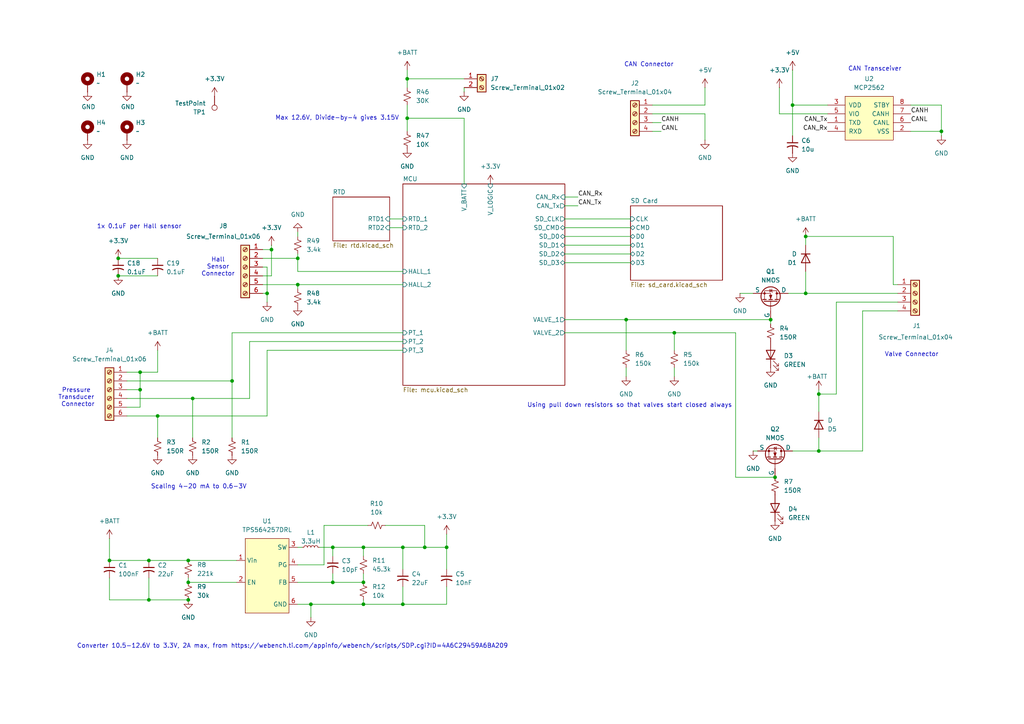
<source format=kicad_sch>
(kicad_sch (version 20250114) (generator "eeschema") (generator_version "9.0")
  (paper "A4")
  (lib_symbols
    (symbol "Connector:Screw_Terminal_01x02" (pin_names (offset 1.016) (hide yes))
      (property "Reference" "J" (at 0 2.54 0))
      (property "Value" "Screw_Terminal_01x02" (at 0 -5.08 0))
      (symbol "Screw_Terminal_01x02_1_1"
        (rectangle (start -1.27 1.27) (end 1.27 -3.81) (stroke (width 0.254)) (fill (type background)))
        (polyline (pts (xy -0.5334 0.3302) (xy 0.3302 -0.508)) (stroke (width 0.1524)))
        (polyline (pts (xy -0.5334 -2.2098) (xy 0.3302 -3.048)) (stroke (width 0.1524)))
        (polyline (pts (xy -0.3556 0.508) (xy 0.508 -0.3302)) (stroke (width 0.1524)))
        (polyline (pts (xy -0.3556 -2.032) (xy 0.508 -2.8702)) (stroke (width 0.1524)))
        (circle (center 0 0) (radius 0.635) (stroke (width 0.1524)))
        (circle (center 0 -2.54) (radius 0.635) (stroke (width 0.1524)))
        (pin passive line (at -5.08 0 0) (length 3.81) (name "Pin_1") (number "1"))
        (pin passive line (at -5.08 -2.54 0) (length 3.81) (name "Pin_2") (number "2"))
      )
    )
    (symbol "Connector:Screw_Terminal_01x04" (pin_names (offset 1.016) (hide yes))
      (property "Reference" "J" (at 0 5.08 0))
      (property "Value" "Screw_Terminal_01x04" (at 0 -7.62 0))
      (symbol "Screw_Terminal_01x04_1_1"
        (rectangle (start -1.27 3.81) (end 1.27 -6.35) (stroke (width 0.254)) (fill (type background)))
        (polyline (pts (xy -0.5334 2.8702) (xy 0.3302 2.032)) (stroke (width 0.1524)))
        (polyline (pts (xy -0.5334 0.3302) (xy 0.3302 -0.508)) (stroke (width 0.1524)))
        (polyline (pts (xy -0.5334 -2.2098) (xy 0.3302 -3.048)) (stroke (width 0.1524)))
        (polyline (pts (xy -0.5334 -4.7498) (xy 0.3302 -5.588)) (stroke (width 0.1524)))
        (polyline (pts (xy -0.3556 3.048) (xy 0.508 2.2098)) (stroke (width 0.1524)))
        (polyline (pts (xy -0.3556 0.508) (xy 0.508 -0.3302)) (stroke (width 0.1524)))
        (polyline (pts (xy -0.3556 -2.032) (xy 0.508 -2.8702)) (stroke (width 0.1524)))
        (polyline (pts (xy -0.3556 -4.572) (xy 0.508 -5.4102)) (stroke (width 0.1524)))
        (circle (center 0 2.54) (radius 0.635) (stroke (width 0.1524)))
        (circle (center 0 0) (radius 0.635) (stroke (width 0.1524)))
        (circle (center 0 -2.54) (radius 0.635) (stroke (width 0.1524)))
        (circle (center 0 -5.08) (radius 0.635) (stroke (width 0.1524)))
        (pin passive line (at -5.08 2.54 0) (length 3.81) (name "Pin_1") (number "1"))
        (pin passive line (at -5.08 0 0) (length 3.81) (name "Pin_2") (number "2"))
        (pin passive line (at -5.08 -2.54 0) (length 3.81) (name "Pin_3") (number "3"))
        (pin passive line (at -5.08 -5.08 0) (length 3.81) (name "Pin_4") (number "4"))
      )
    )
    (symbol "Connector:Screw_Terminal_01x06" (pin_names (offset 1.016) (hide yes))
      (property "Reference" "J" (at 0 7.62 0))
      (property "Value" "Screw_Terminal_01x06" (at 0 -10.16 0))
      (symbol "Screw_Terminal_01x06_1_1"
        (rectangle (start -1.27 6.35) (end 1.27 -8.89) (stroke (width 0.254)) (fill (type background)))
        (polyline (pts (xy -0.5334 5.4102) (xy 0.3302 4.572)) (stroke (width 0.1524)))
        (polyline (pts (xy -0.5334 2.8702) (xy 0.3302 2.032)) (stroke (width 0.1524)))
        (polyline (pts (xy -0.5334 0.3302) (xy 0.3302 -0.508)) (stroke (width 0.1524)))
        (polyline (pts (xy -0.5334 -2.2098) (xy 0.3302 -3.048)) (stroke (width 0.1524)))
        (polyline (pts (xy -0.5334 -4.7498) (xy 0.3302 -5.588)) (stroke (width 0.1524)))
        (polyline (pts (xy -0.5334 -7.2898) (xy 0.3302 -8.128)) (stroke (width 0.1524)))
        (polyline (pts (xy -0.3556 5.588) (xy 0.508 4.7498)) (stroke (width 0.1524)))
        (polyline (pts (xy -0.3556 3.048) (xy 0.508 2.2098)) (stroke (width 0.1524)))
        (polyline (pts (xy -0.3556 0.508) (xy 0.508 -0.3302)) (stroke (width 0.1524)))
        (polyline (pts (xy -0.3556 -2.032) (xy 0.508 -2.8702)) (stroke (width 0.1524)))
        (polyline (pts (xy -0.3556 -4.572) (xy 0.508 -5.4102)) (stroke (width 0.1524)))
        (polyline (pts (xy -0.3556 -7.112) (xy 0.508 -7.9502)) (stroke (width 0.1524)))
        (circle (center 0 5.08) (radius 0.635) (stroke (width 0.1524)))
        (circle (center 0 2.54) (radius 0.635) (stroke (width 0.1524)))
        (circle (center 0 0) (radius 0.635) (stroke (width 0.1524)))
        (circle (center 0 -2.54) (radius 0.635) (stroke (width 0.1524)))
        (circle (center 0 -5.08) (radius 0.635) (stroke (width 0.1524)))
        (circle (center 0 -7.62) (radius 0.635) (stroke (width 0.1524)))
        (pin passive line (at -5.08 5.08 0) (length 3.81) (name "Pin_1") (number "1"))
        (pin passive line (at -5.08 2.54 0) (length 3.81) (name "Pin_2") (number "2"))
        (pin passive line (at -5.08 0 0) (length 3.81) (name "Pin_3") (number "3"))
        (pin passive line (at -5.08 -2.54 0) (length 3.81) (name "Pin_4") (number "4"))
        (pin passive line (at -5.08 -5.08 0) (length 3.81) (name "Pin_5") (number "5"))
        (pin passive line (at -5.08 -7.62 0) (length 3.81) (name "Pin_6") (number "6"))
      )
    )
    (symbol "Connector:TestPoint" (pin_numbers (hide yes)) (pin_names (offset 0.762) (hide yes))
      (property "Reference" "TP" (at 0 6.858 0))
      (property "Value" "TestPoint" (at 0 5.08 0))
      (symbol "TestPoint_0_1"
        (circle (center 0 3.302) (radius 0.762))
      )
      (symbol "TestPoint_1_1"
        (pin passive line (at 0 0 90) (length 2.54) (name "1") (number "1"))
      )
    )
    (symbol "Device:C_Small_US" (pin_numbers (hide yes)) (pin_names (offset 0.254) (hide yes))
      (property "Reference" "C" (at 0.254 1.778 0))
      (property "Value" "C_Small_US" (at 0.254 -2.032 0))
      (symbol "C_Small_US_0_1"
        (polyline (pts (xy -1.524 0.508) (xy 1.524 0.508)) (stroke (width 0.3048)))
        (arc (start -1.524 -0.762) (mid 0 -0.3734) (end 1.524 -0.762) (stroke (width 0.3048)))
      )
      (symbol "C_Small_US_1_1"
        (pin passive line (at 0 2.54 270) (length 2.032) (name "~") (number "1"))
        (pin passive line (at 0 -2.54 90) (length 2.032) (name "~") (number "2"))
      )
    )
    (symbol "Device:D" (pin_numbers (hide yes)) (pin_names (offset 1.016) (hide yes))
      (property "Reference" "D" (at 0 2.54 0))
      (property "Value" "D" (at 0 -2.54 0))
      (symbol "D_0_1"
        (polyline (pts (xy -1.27 1.27) (xy -1.27 -1.27)) (stroke (width 0.254)))
        (polyline (pts (xy 1.27 1.27) (xy 1.27 -1.27) (xy -1.27 0) (xy 1.27 1.27)) (stroke (width 0.254)))
        (polyline (pts (xy 1.27 0) (xy -1.27 0)))
      )
      (symbol "D_1_1"
        (pin passive line (at -3.81 0 0) (length 2.54) (name "K") (number "1"))
        (pin passive line (at 3.81 0 180) (length 2.54) (name "A") (number "2"))
      )
    )
    (symbol "Device:LED" (pin_numbers (hide yes)) (pin_names (offset 1.016) (hide yes))
      (property "Reference" "D" (at 0 2.54 0))
      (property "Value" "LED" (at 0 -2.54 0))
      (symbol "LED_0_1"
        (polyline (pts (xy -3.048 -0.762) (xy -4.572 -2.286) (xy -3.81 -2.286) (xy -4.572 -2.286) (xy -4.572 -1.524)))
        (polyline (pts (xy -1.778 -0.762) (xy -3.302 -2.286) (xy -2.54 -2.286) (xy -3.302 -2.286) (xy -3.302 -1.524)))
        (polyline (pts (xy -1.27 0) (xy 1.27 0)))
        (polyline (pts (xy -1.27 -1.27) (xy -1.27 1.27)) (stroke (width 0.254)))
        (polyline (pts (xy 1.27 -1.27) (xy 1.27 1.27) (xy -1.27 0) (xy 1.27 -1.27)) (stroke (width 0.254)))
      )
      (symbol "LED_1_1"
        (pin passive line (at -3.81 0 0) (length 2.54) (name "K") (number "1"))
        (pin passive line (at 3.81 0 180) (length 2.54) (name "A") (number "2"))
      )
    )
    (symbol "Device:L_Small" (pin_numbers (hide yes)) (pin_names (offset 0.254) (hide yes))
      (property "Reference" "L" (at 0.762 1.016 0))
      (property "Value" "L_Small" (at 0.762 -1.016 0))
      (symbol "L_Small_0_1"
        (arc (start 0 2.032) (mid 0.5058 1.524) (end 0 1.016))
        (arc (start 0 1.016) (mid 0.5058 0.508) (end 0 0))
        (arc (start 0 0) (mid 0.5058 -0.508) (end 0 -1.016))
        (arc (start 0 -1.016) (mid 0.5058 -1.524) (end 0 -2.032))
      )
      (symbol "L_Small_1_1"
        (pin passive line (at 0 2.54 270) (length 0.508) (name "~") (number "1"))
        (pin passive line (at 0 -2.54 90) (length 0.508) (name "~") (number "2"))
      )
    )
    (symbol "Device:R_Small_US" (pin_numbers (hide yes)) (pin_names (offset 0.254) (hide yes))
      (property "Reference" "R" (at 0.762 0.508 0))
      (property "Value" "R_Small_US" (at 0.762 -1.016 0))
      (symbol "R_Small_US_1_1"
        (polyline (pts (xy 0 1.524) (xy 1.016 1.143) (xy 0 0.762) (xy -1.016 0.381) (xy 0 0)))
        (polyline (pts (xy 0 0) (xy 1.016 -0.381) (xy 0 -0.762) (xy -1.016 -1.143) (xy 0 -1.524)))
        (pin passive line (at 0 2.54 270) (length 1.016) (name "~") (number "1"))
        (pin passive line (at 0 -2.54 90) (length 1.016) (name "~") (number "2"))
      )
    )
    (symbol "FYDP_Library:TPS564257DRL"
      (property "Reference" "U" (at 0 7.366 0))
      (property "Value" "TPS564257DRL" (at 0 5.334 0))
      (symbol "TPS564257DRL_0_1"
        (rectangle (start -6.35 3.81) (end 6.35 -17.78) (fill (type color) (color 255 255 194 1)))
      )
      (symbol "TPS564257DRL_1_1"
        (pin power_in line (at -8.89 -2.54 0) (length 2.54) (name "Vin") (number "1"))
        (pin input line (at -8.89 -8.89 0) (length 2.54) (name "EN") (number "2"))
        (pin output line (at 8.89 1.27 180) (length 2.54) (name "SW") (number "3"))
        (pin output line (at 8.89 -3.81 180) (length 2.54) (name "PG") (number "4"))
        (pin output line (at 8.89 -8.89 180) (length 2.54) (name "FB") (number "5"))
        (pin power_in line (at 8.89 -15.24 180) (length 2.54) (name "GND") (number "6"))
      )
    )
    (symbol "Mechanical:MountingHole_Pad" (pin_numbers (hide yes)) (pin_names (offset 1.016) (hide yes)) (in_bom no)
      (property "Reference" "H" (at 0 6.35 0))
      (property "Value" "MountingHole_Pad" (at 0 4.445 0))
      (symbol "MountingHole_Pad_0_1"
        (circle (center 0 1.27) (radius 1.27) (stroke (width 1.27)))
      )
      (symbol "MountingHole_Pad_1_1"
        (pin input line (at 0 -2.54 90) (length 2.54) (name "1") (number "1"))
      )
    )
    (symbol "Simulation_SPICE:NMOS" (pin_numbers (hide yes)) (pin_names (offset 0))
      (property "Reference" "Q" (at 5.08 1.27 0))
      (property "Value" "NMOS" (at 5.08 -1.27 0))
      (symbol "NMOS_0_1"
        (polyline (pts (xy 0.254 1.905) (xy 0.254 -1.905)) (stroke (width 0.254)))
        (polyline (pts (xy 0.254 0) (xy -2.54 0)))
        (polyline (pts (xy 0.762 2.286) (xy 0.762 1.27)) (stroke (width 0.254)))
        (polyline (pts (xy 0.762 0.508) (xy 0.762 -0.508)) (stroke (width 0.254)))
        (polyline (pts (xy 0.762 -1.27) (xy 0.762 -2.286)) (stroke (width 0.254)))
        (polyline (pts (xy 0.762 -1.778) (xy 3.302 -1.778) (xy 3.302 1.778) (xy 0.762 1.778)))
        (polyline (pts (xy 1.016 0) (xy 2.032 0.381) (xy 2.032 -0.381) (xy 1.016 0)) (fill (type outline)))
        (circle (center 1.651 0) (radius 2.794) (stroke (width 0.254)))
        (polyline (pts (xy 2.54 2.54) (xy 2.54 1.778)))
        (circle (center 2.54 1.778) (radius 0.254) (fill (type outline)))
        (circle (center 2.54 -1.778) (radius 0.254) (fill (type outline)))
        (polyline (pts (xy 2.54 -2.54) (xy 2.54 0) (xy 0.762 0)))
        (polyline (pts (xy 2.794 0.508) (xy 2.921 0.381) (xy 3.683 0.381) (xy 3.81 0.254)))
        (polyline (pts (xy 3.302 0.381) (xy 2.921 -0.254) (xy 3.683 -0.254) (xy 3.302 0.381)))
      )
      (symbol "NMOS_1_1"
        (pin input line (at -5.08 0 0) (length 2.54) (name "G") (number "2"))
        (pin passive line (at 2.54 5.08 270) (length 2.54) (name "D") (number "1"))
        (pin passive line (at 2.54 -5.08 90) (length 2.54) (name "S") (number "3"))
      )
    )
    (symbol "canhw:MCP2562" (pin_names (offset 1.016))
      (property "Reference" "U" (at 5.08 3.81 0))
      (property "Value" "MCP2562" (at -3.81 3.81 0))
      (symbol "MCP2562_0_1"
        (rectangle (start -7.62 2.54) (end 6.35 -10.16) (fill (type background)))
      )
      (symbol "MCP2562_1_1"
        (pin power_in line (at -12.7 0 0) (length 5.08) (name "VDD") (number "3"))
        (pin bidirectional line (at -12.7 -2.54 0) (length 5.08) (name "VIO") (number "5"))
        (pin bidirectional line (at -12.7 -5.08 0) (length 5.08) (name "TXD") (number "1"))
        (pin bidirectional line (at -12.7 -7.62 0) (length 5.08) (name "RXD") (number "4"))
        (pin bidirectional line (at 11.43 0 180) (length 5.08) (name "STBY") (number "8"))
        (pin bidirectional line (at 11.43 -2.54 180) (length 5.08) (name "CANH") (number "7"))
        (pin bidirectional line (at 11.43 -5.08 180) (length 5.08) (name "CANL") (number "6"))
        (pin power_in line (at 11.43 -7.62 180) (length 5.08) (name "VSS") (number "2"))
      )
    )
    (symbol "power:+12V" (power) (pin_numbers (hide yes)) (pin_names (offset 0) (hide yes))
      (property "Value" "+12V" (at 0 3.556 0))
      (symbol "+12V_0_1"
        (polyline (pts (xy -0.762 1.27) (xy 0 2.54)))
        (polyline (pts (xy 0 2.54) (xy 0.762 1.27)))
        (polyline (pts (xy 0 0) (xy 0 2.54)))
      )
      (symbol "+12V_1_1"
        (pin power_in line (at 0 0 90) (length 0) (name "~") (number "1"))
      )
    )
    (symbol "power:+24V" (power) (pin_numbers (hide yes)) (pin_names (offset 0) (hide yes))
      (property "Value" "+24V" (at 0 3.556 0))
      (symbol "+24V_0_1"
        (polyline (pts (xy -0.762 1.27) (xy 0 2.54)))
        (polyline (pts (xy 0 2.54) (xy 0.762 1.27)))
        (polyline (pts (xy 0 0) (xy 0 2.54)))
      )
      (symbol "+24V_1_1"
        (pin power_in line (at 0 0 90) (length 0) (name "~") (number "1"))
      )
    )
    (symbol "power:+3.3V" (power) (pin_numbers (hide yes)) (pin_names (offset 0) (hide yes))
      (property "Value" "+3.3V" (at 0 3.556 0))
      (symbol "+3.3V_0_1"
        (polyline (pts (xy -0.762 1.27) (xy 0 2.54)))
        (polyline (pts (xy 0 2.54) (xy 0.762 1.27)))
        (polyline (pts (xy 0 0) (xy 0 2.54)))
      )
      (symbol "+3.3V_1_1"
        (pin power_in line (at 0 0 90) (length 0) (name "~") (number "1"))
      )
    )
    (symbol "power:+5V" (power) (pin_numbers (hide yes)) (pin_names (offset 0) (hide yes))
      (property "Value" "+5V" (at 0 3.556 0))
      (symbol "+5V_0_1"
        (polyline (pts (xy -0.762 1.27) (xy 0 2.54)))
        (polyline (pts (xy 0 2.54) (xy 0.762 1.27)))
        (polyline (pts (xy 0 0) (xy 0 2.54)))
      )
      (symbol "+5V_1_1"
        (pin power_in line (at 0 0 90) (length 0) (name "~") (number "1"))
      )
    )
    (symbol "power:+BATT" (power) (pin_numbers (hide yes)) (pin_names (offset 0) (hide yes))
      (property "Value" "+BATT" (at 0 3.556 0))
      (symbol "+BATT_0_1"
        (polyline (pts (xy -0.762 1.27) (xy 0 2.54)))
        (polyline (pts (xy 0 2.54) (xy 0.762 1.27)))
        (polyline (pts (xy 0 0) (xy 0 2.54)))
      )
      (symbol "+BATT_1_1"
        (pin power_in line (at 0 0 90) (length 0) (name "~") (number "1"))
      )
    )
    (symbol "power:GND" (power) (pin_numbers (hide yes)) (pin_names (offset 0) (hide yes))
      (property "Value" "GND" (at 0 -3.81 0))
      (symbol "GND_0_1"
        (polyline (pts (xy 0 0) (xy 0 -1.27) (xy 1.27 -1.27) (xy 0 -2.54) (xy -1.27 -1.27) (xy 0 -1.27)))
      )
      (symbol "GND_1_1"
        (pin power_in line (at 0 0 270) (length 0) (name "~") (number "1"))
      )
    )
  )
  (text "Hall\nSensor\nConnector" (at 63.246 77.47 0) (effects (font (size 1.27 1.27))))
  (text "Converter 10.5-12.6V to 3.3V, 2A max, from https://webench.ti.com/appinfo/webench/scripts/SDP.cgi?ID=4A6C29459A6BA209" (at 84.836 187.452 0) (effects (font (size 1.27 1.27))))
  (text "Scaling 4-20 mA to 0.6-3V" (at 57.658 141.224 0) (effects (font (size 1.27 1.27))))
  (text "Max 12.6V, Divide-by-4 gives 3.15V" (at 97.79 34.29 0) (effects (font (size 1.27 1.27))))
  (text "1x 0.1uF per Hall sensor" (at 40.386 65.786 0) (effects (font (size 1.27 1.27))))
  (text "Pressure \nTransducer \nConnector" (at 22.606 115.316 0) (effects (font (size 1.27 1.27))))
  (text "CAN Connector" (at 188.214 18.796 0) (effects (font (size 1.27 1.27))))
  (text "Using pull down resistors so that valves start closed always" (at 182.626 117.602 0) (effects (font (size 1.27 1.27))))
  (text "CAN Transceiver" (at 253.746 20.066 0) (effects (font (size 1.27 1.27))))
  (text "Valve Connector" (at 264.414 102.87 0) (effects (font (size 1.27 1.27))))
  (junction (at 118.11 22.86))
  (junction (at 77.47 85.09))
  (junction (at 181.61 92.71))
  (junction (at 229.87 30.48))
  (junction (at 105.41 168.91))
  (junction (at 43.18 162.56))
  (junction (at 78.74 72.39))
  (junction (at 195.58 96.52))
  (junction (at 129.54 158.75))
  (junction (at 40.64 113.03))
  (junction (at 105.41 158.75))
  (junction (at 116.84 158.75))
  (junction (at 96.52 168.91))
  (junction (at 233.68 68.58))
  (junction (at 31.75 162.56))
  (junction (at 116.84 175.26))
  (junction (at 105.41 175.26))
  (junction (at 86.36 82.55))
  (junction (at 123.19 158.75))
  (junction (at 86.36 74.93))
  (junction (at 223.52 92.71))
  (junction (at 34.29 74.93))
  (junction (at 54.61 162.56))
  (junction (at 224.79 138.43))
  (junction (at 40.64 107.95))
  (junction (at 90.17 175.26))
  (junction (at 55.88 115.57))
  (junction (at 34.29 80.01))
  (junction (at 237.49 130.81))
  (junction (at 54.61 168.91))
  (junction (at 54.61 173.99))
  (junction (at 67.31 110.49))
  (junction (at 237.49 114.3))
  (junction (at 233.68 85.09))
  (junction (at 96.52 158.75))
  (junction (at 43.18 173.99))
  (junction (at 45.72 120.65))
  (junction (at 118.11 34.29))
  (junction (at 273.05 38.1))
  (wire (pts (xy 204.47 33.02) (xy 204.47 40.64)))
  (wire (pts (xy 40.64 118.11) (xy 40.64 113.03)))
  (wire (pts (xy 259.08 68.58) (xy 259.08 82.55)))
  (wire (pts (xy 228.6 85.09) (xy 233.68 85.09)))
  (wire (pts (xy 118.11 30.48) (xy 118.11 34.29)))
  (wire (pts (xy 111.76 152.4) (xy 123.19 152.4)))
  (wire (pts (xy 86.36 158.75) (xy 87.63 158.75)))
  (wire (pts (xy 43.18 162.56) (xy 54.61 162.56)))
  (wire (pts (xy 40.64 113.03) (xy 40.64 107.95)))
  (wire (pts (xy 116.84 170.18) (xy 116.84 175.26)))
  (wire (pts (xy 191.77 35.56) (xy 189.23 35.56)))
  (wire (pts (xy 76.2 85.09) (xy 77.47 85.09)))
  (wire (pts (xy 242.57 87.63) (xy 260.35 87.63)))
  (wire (pts (xy 77.47 85.09) (xy 77.47 87.63)))
  (wire (pts (xy 118.11 22.86) (xy 134.62 22.86)))
  (wire (pts (xy 260.35 90.17) (xy 250.19 90.17)))
  (wire (pts (xy 105.41 175.26) (xy 90.17 175.26)))
  (wire (pts (xy 129.54 165.1) (xy 129.54 158.75)))
  (wire (pts (xy 273.05 39.37) (xy 273.05 38.1)))
  (wire (pts (xy 96.52 158.75) (xy 105.41 158.75)))
  (wire (pts (xy 134.62 34.29) (xy 118.11 34.29)))
  (wire (pts (xy 195.58 101.6) (xy 195.58 96.52)))
  (wire (pts (xy 54.61 167.64) (xy 54.61 168.91)))
  (wire (pts (xy 36.83 110.49) (xy 67.31 110.49)))
  (wire (pts (xy 31.75 173.99) (xy 43.18 173.99)))
  (wire (pts (xy 76.2 77.47) (xy 77.47 77.47)))
  (wire (pts (xy 86.36 82.55) (xy 86.36 83.82)))
  (wire (pts (xy 93.98 152.4) (xy 106.68 152.4)))
  (wire (pts (xy 78.74 72.39) (xy 76.2 72.39)))
  (wire (pts (xy 86.36 78.74) (xy 86.36 74.93)))
  (wire (pts (xy 237.49 114.3) (xy 242.57 114.3)))
  (wire (pts (xy 105.41 166.37) (xy 105.41 168.91)))
  (wire (pts (xy 129.54 175.26) (xy 116.84 175.26)))
  (wire (pts (xy 43.18 173.99) (xy 54.61 173.99)))
  (wire (pts (xy 31.75 156.21) (xy 31.75 162.56)))
  (wire (pts (xy 226.06 25.4) (xy 226.06 33.02)))
  (wire (pts (xy 233.68 71.12) (xy 233.68 68.58)))
  (wire (pts (xy 237.49 113.03) (xy 237.49 114.3)))
  (wire (pts (xy 116.84 165.1) (xy 116.84 158.75)))
  (wire (pts (xy 226.06 33.02) (xy 240.03 33.02)))
  (wire (pts (xy 76.2 74.93) (xy 86.36 74.93)))
  (wire (pts (xy 233.68 78.74) (xy 233.68 85.09)))
  (wire (pts (xy 213.36 96.52) (xy 213.36 138.43)))
  (wire (pts (xy 43.18 167.64) (xy 43.18 173.99)))
  (wire (pts (xy 233.68 85.09) (xy 260.35 85.09)))
  (wire (pts (xy 34.29 74.93) (xy 45.72 74.93)))
  (wire (pts (xy 116.84 158.75) (xy 105.41 158.75)))
  (wire (pts (xy 229.87 130.81) (xy 237.49 130.81)))
  (wire (pts (xy 86.36 168.91) (xy 96.52 168.91)))
  (wire (pts (xy 259.08 82.55) (xy 260.35 82.55)))
  (wire (pts (xy 134.62 25.4) (xy 134.62 26.67)))
  (wire (pts (xy 54.61 168.91) (xy 68.58 168.91)))
  (wire (pts (xy 86.36 78.74) (xy 116.84 78.74)))
  (wire (pts (xy 163.83 73.66) (xy 182.88 73.66)))
  (wire (pts (xy 123.19 152.4) (xy 123.19 158.75)))
  (wire (pts (xy 181.61 92.71) (xy 181.61 101.6)))
  (wire (pts (xy 105.41 175.26) (xy 116.84 175.26)))
  (wire (pts (xy 214.63 85.09) (xy 218.44 85.09)))
  (wire (pts (xy 229.87 30.48) (xy 229.87 39.37)))
  (wire (pts (xy 45.72 120.65) (xy 77.47 120.65)))
  (wire (pts (xy 134.62 53.34) (xy 134.62 34.29)))
  (wire (pts (xy 195.58 96.52) (xy 213.36 96.52)))
  (wire (pts (xy 96.52 161.29) (xy 96.52 158.75)))
  (wire (pts (xy 55.88 115.57) (xy 72.39 115.57)))
  (wire (pts (xy 77.47 120.65) (xy 77.47 101.6)))
  (wire (pts (xy 195.58 109.22) (xy 195.58 106.68)))
  (wire (pts (xy 67.31 110.49) (xy 67.31 127)))
  (wire (pts (xy 77.47 77.47) (xy 77.47 85.09)))
  (wire (pts (xy 273.05 38.1) (xy 273.05 30.48)))
  (wire (pts (xy 36.83 120.65) (xy 45.72 120.65)))
  (wire (pts (xy 242.57 87.63) (xy 242.57 114.3)))
  (wire (pts (xy 223.52 92.71) (xy 223.52 93.98)))
  (wire (pts (xy 218.44 130.81) (xy 219.71 130.81)))
  (wire (pts (xy 54.61 162.56) (xy 68.58 162.56)))
  (wire (pts (xy 96.52 168.91) (xy 105.41 168.91)))
  (wire (pts (xy 233.68 68.58) (xy 259.08 68.58)))
  (wire (pts (xy 118.11 25.4) (xy 118.11 22.86)))
  (wire (pts (xy 78.74 72.39) (xy 78.74 80.01)))
  (wire (pts (xy 86.36 73.66) (xy 86.36 74.93)))
  (wire (pts (xy 229.87 20.32) (xy 229.87 30.48)))
  (wire (pts (xy 76.2 80.01) (xy 78.74 80.01)))
  (wire (pts (xy 116.84 63.5) (xy 113.03 63.5)))
  (wire (pts (xy 167.64 57.15) (xy 163.83 57.15)))
  (wire (pts (xy 76.2 82.55) (xy 86.36 82.55)))
  (wire (pts (xy 118.11 20.32) (xy 118.11 22.86)))
  (wire (pts (xy 129.54 158.75) (xy 123.19 158.75)))
  (wire (pts (xy 204.47 30.48) (xy 204.47 25.4)))
  (wire (pts (xy 189.23 33.02) (xy 204.47 33.02)))
  (wire (pts (xy 163.83 68.58) (xy 182.88 68.58)))
  (wire (pts (xy 96.52 168.91) (xy 96.52 166.37)))
  (wire (pts (xy 264.16 30.48) (xy 273.05 30.48)))
  (wire (pts (xy 237.49 119.38) (xy 237.49 114.3)))
  (wire (pts (xy 45.72 120.65) (xy 45.72 127)))
  (wire (pts (xy 45.72 101.6) (xy 45.72 107.95)))
  (wire (pts (xy 40.64 107.95) (xy 36.83 107.95)))
  (wire (pts (xy 78.74 71.12) (xy 78.74 72.39)))
  (wire (pts (xy 67.31 110.49) (xy 67.31 96.52)))
  (wire (pts (xy 163.83 71.12) (xy 182.88 71.12)))
  (wire (pts (xy 34.29 80.01) (xy 45.72 80.01)))
  (wire (pts (xy 250.19 130.81) (xy 237.49 130.81)))
  (wire (pts (xy 67.31 96.52) (xy 116.84 96.52)))
  (wire (pts (xy 163.83 96.52) (xy 195.58 96.52)))
  (wire (pts (xy 105.41 173.99) (xy 105.41 175.26)))
  (wire (pts (xy 229.87 30.48) (xy 240.03 30.48)))
  (wire (pts (xy 86.36 68.58) (xy 86.36 67.31)))
  (wire (pts (xy 45.72 107.95) (xy 40.64 107.95)))
  (wire (pts (xy 72.39 99.06) (xy 72.39 115.57)))
  (wire (pts (xy 72.39 99.06) (xy 116.84 99.06)))
  (wire (pts (xy 191.77 38.1) (xy 189.23 38.1)))
  (wire (pts (xy 118.11 34.29) (xy 118.11 38.1)))
  (wire (pts (xy 90.17 175.26) (xy 86.36 175.26)))
  (wire (pts (xy 36.83 113.03) (xy 40.64 113.03)))
  (wire (pts (xy 31.75 167.64) (xy 31.75 173.99)))
  (wire (pts (xy 213.36 138.43) (xy 224.79 138.43)))
  (wire (pts (xy 93.98 163.83) (xy 93.98 152.4)))
  (wire (pts (xy 113.03 66.04) (xy 116.84 66.04)))
  (wire (pts (xy 105.41 158.75) (xy 105.41 161.29)))
  (wire (pts (xy 36.83 118.11) (xy 40.64 118.11)))
  (wire (pts (xy 123.19 158.75) (xy 116.84 158.75)))
  (wire (pts (xy 181.61 92.71) (xy 223.52 92.71)))
  (wire (pts (xy 129.54 170.18) (xy 129.54 175.26)))
  (wire (pts (xy 250.19 90.17) (xy 250.19 130.81)))
  (wire (pts (xy 167.64 59.69) (xy 163.83 59.69)))
  (wire (pts (xy 90.17 179.07) (xy 90.17 175.26)))
  (wire (pts (xy 163.83 63.5) (xy 182.88 63.5)))
  (wire (pts (xy 31.75 162.56) (xy 43.18 162.56)))
  (wire (pts (xy 181.61 106.68) (xy 181.61 109.22)))
  (wire (pts (xy 86.36 82.55) (xy 116.84 82.55)))
  (wire (pts (xy 237.49 127) (xy 237.49 130.81)))
  (wire (pts (xy 129.54 154.94) (xy 129.54 158.75)))
  (wire (pts (xy 36.83 115.57) (xy 55.88 115.57)))
  (wire (pts (xy 163.83 66.04) (xy 182.88 66.04)))
  (wire (pts (xy 86.36 163.83) (xy 93.98 163.83)))
  (wire (pts (xy 189.23 30.48) (xy 204.47 30.48)))
  (wire (pts (xy 55.88 115.57) (xy 55.88 127)))
  (wire (pts (xy 264.16 38.1) (xy 273.05 38.1)))
  (wire (pts (xy 77.47 101.6) (xy 116.84 101.6)))
  (wire (pts (xy 163.83 76.2) (xy 182.88 76.2)))
  (wire (pts (xy 92.71 158.75) (xy 96.52 158.75)))
  (wire (pts (xy 163.83 92.71) (xy 181.61 92.71)))
  (label "CAN_Rx" (at 167.64 57.15 0))
  (label "CANH" (at 191.77 35.56 0))
  (label "CANL" (at 191.77 38.1 0))
  (label "CAN_Tx" (at 240.03 35.56 180))
  (label "CAN_Tx" (at 167.64 59.69 0))
  (label "CANL" (at 264.16 35.56 0))
  (label "CAN_Rx" (at 240.03 38.1 180))
  (label "CANH" (at 264.16 33.02 0))
  (symbol (lib_id "Simulation_SPICE:NMOS") (at 223.52 87.63 270) (mirror x) (unit 1)
    (property "Reference" "Q1" (at 223.52 78.74 90))
    (property "Value" "NMOS" (at 223.52 81.28 90))
    (property "Datasheet" "https://ngspice.sourceforge.io/docs/ngspice-html-manual/manual.xhtml#cha_MOSFETs" (effects (hide yes)))
    (property "Description" "N-MOSFET transistor, drain/source/gate" (effects (hide yes)))
    (property "Sim.Device" "NMOS" (effects (hide yes)))
    (property "Sim.Type" "VDMOS" (effects (hide yes)))
    (property "Sim.Pins" "1=D 2=G 3=S" (effects (hide yes)))
  )
  (symbol (lib_id "Device:D") (at 237.49 123.19 90) (mirror x) (unit 1)
    (property "Reference" "D5" (at 240.03 124.4601 90) (effects (justify right)))
    (property "Value" "D" (at 240.03 121.9201 90) (effects (justify right)))
    (property "Description" "Diode" (effects (hide yes)))
    (property "Sim.Device" "D" (effects (hide yes)))
    (property "Sim.Pins" "1=K 2=A" (effects (hide yes)))
  )
  (symbol (lib_id "Device:LED") (at 223.52 102.87 90) (unit 1)
    (property "Reference" "D3" (at 227.33 103.1874 90) (effects (justify right)))
    (property "Value" "GREEN" (at 227.33 105.7274 90) (effects (justify right)))
    (property "Description" "Light emitting diode" (effects (hide yes)))
    (property "Sim.Pins" "1=K 2=A" (effects (hide yes)))
  )
  (symbol (lib_id "Device:R_Small_US") (at 223.52 96.52 0) (unit 1)
    (property "Reference" "R4" (at 226.06 95.2499 0) (effects (justify left)))
    (property "Value" "150R" (at 226.06 97.7899 0) (effects (justify left)))
    (property "Description" "Resistor, small US symbol" (effects (hide yes)))
  )
  (symbol (lib_id "power:+5V") (at 204.47 25.4 0) (unit 1)
    (property "Reference" "#PWR033" (effects (hide yes)))
    (property "Value" "+5V" (at 204.47 20.32 0))
    (property "Description" "Power symbol creates a global label with name \"+5V\"" (effects (hide yes)))
  )
  (symbol (lib_id "power:+5V") (at 229.87 20.32 0) (unit 1)
    (property "Reference" "#PWR015" (effects (hide yes)))
    (property "Value" "+5V" (at 229.87 15.24 0))
    (property "Description" "Power symbol creates a global label with name \"+5V\"" (effects (hide yes)))
  )
  (symbol (lib_id "power:GND") (at 218.44 130.81 0) (unit 1)
    (property "Reference" "#PWR021" (effects (hide yes)))
    (property "Value" "GND" (at 218.44 135.89 0))
    (property "Description" "Power symbol creates a global label with name \"GND\" , ground" (effects (hide yes)))
  )
  (symbol (lib_id "power:+3.3V") (at 78.74 71.12 0) (unit 1)
    (property "Reference" "#PWR063" (effects (hide yes)))
    (property "Value" "+3.3V" (at 78.74 66.04 0))
    (property "Description" "Power symbol creates a global label with name \"+3.3V\"" (effects (hide yes)))
  )
  (symbol (lib_id "Device:C_Small_US") (at 129.54 167.64 0) (unit 1)
    (property "Reference" "C5" (at 132.08 166.4969 0) (effects (justify left)))
    (property "Value" "10nF" (at 132.08 169.0369 0) (effects (justify left)))
    (property "Description" "capacitor, small US symbol" (effects (hide yes)))
  )
  (symbol (lib_id "power:+3.3V") (at 226.06 25.4 0) (unit 1)
    (property "Reference" "#PWR08" (effects (hide yes)))
    (property "Value" "+3.3V" (at 226.06 20.32 0))
    (property "Description" "Power symbol creates a global label with name \"+3.3V\"" (effects (hide yes)))
  )
  (symbol (lib_id "power:GND") (at 195.58 109.22 0) (unit 1)
    (property "Reference" "#PWR07" (effects (hide yes)))
    (property "Value" "GND" (at 195.58 114.3 0))
    (property "Description" "Power symbol creates a global label with name \"GND\" , ground" (effects (hide yes)))
  )
  (symbol (lib_id "power:GND") (at 214.63 85.09 0) (unit 1)
    (property "Reference" "#PWR011" (effects (hide yes)))
    (property "Value" "GND" (at 214.63 90.17 0))
    (property "Description" "Power symbol creates a global label with name \"GND\" , ground" (effects (hide yes)))
  )
  (symbol (lib_id "Connector:TestPoint") (at 62.23 27.94 180) (unit 1)
    (property "Reference" "TP1" (at 59.69 32.5121 0) (effects (justify left)))
    (property "Value" "TestPoint" (at 59.69 29.9721 0) (effects (justify left)))
    (property "Description" "test point" (effects (hide yes)))
  )
  (symbol (lib_id "power:GND") (at 25.4 40.64 0) (unit 1)
    (property "Reference" "#PWR046" (effects (hide yes)))
    (property "Value" "GND" (at 25.4 45.72 0))
    (property "Description" "Power symbol creates a global label with name \"GND\" , ground" (effects (hide yes)))
  )
  (symbol (lib_id "Device:L_Small") (at 90.17 158.75 270) (mirror x) (unit 1)
    (property "Reference" "L1" (at 90.17 154.432 90))
    (property "Value" "3.3uH" (at 90.17 156.972 90))
    (property "Description" "Inductor, small symbol" (effects (hide yes)))
  )
  (symbol (lib_id "Device:R_Small_US") (at 118.11 40.64 0) (unit 1)
    (property "Reference" "R47" (at 120.65 39.3699 0) (effects (justify left)))
    (property "Value" "10K" (at 120.65 41.9099 0) (effects (justify left)))
    (property "Description" "Resistor, small US symbol" (effects (hide yes)))
  )
  (symbol (lib_id "power:GND") (at 86.36 88.9 0) (unit 1)
    (property "Reference" "#PWR064" (effects (hide yes)))
    (property "Value" "GND" (at 86.36 93.98 0))
    (property "Description" "Power symbol creates a global label with name \"GND\" , ground" (effects (hide yes)))
  )
  (symbol (lib_id "Device:C_Small_US") (at 229.87 41.91 0) (unit 1)
    (property "Reference" "C6" (at 232.41 40.7669 0) (effects (justify left)))
    (property "Value" "10u" (at 232.41 43.3069 0) (effects (justify left)))
    (property "Description" "capacitor, small US symbol" (effects (hide yes)))
  )
  (symbol (lib_id "power:+3.3V") (at 34.29 74.93 0) (unit 1)
    (property "Reference" "#PWR066" (effects (hide yes)))
    (property "Value" "+3.3V" (at 34.29 69.85 0))
    (property "Description" "Power symbol creates a global label with name \"+3.3V\"" (effects (hide yes)))
  )
  (symbol (lib_id "power:GND") (at 90.17 179.07 0) (unit 1)
    (property "Reference" "#PWR018" (effects (hide yes)))
    (property "Value" "GND" (at 90.17 184.15 0))
    (property "Description" "Power symbol creates a global label with name \"GND\" , ground" (effects (hide yes)))
  )
  (symbol (lib_id "power:+3.3V") (at 142.24 53.34 0) (unit 1)
    (property "Reference" "#PWR038" (effects (hide yes)))
    (property "Value" "+3.3V" (at 142.24 48.26 0))
    (property "Description" "Power symbol creates a global label with name \"+3.3V\"" (effects (hide yes)))
  )
  (symbol (lib_id "Device:R_Small_US") (at 109.22 152.4 90) (unit 1)
    (property "Reference" "R10" (at 109.22 146.05 90))
    (property "Value" "10k" (at 109.22 148.59 90))
    (property "Description" "Resistor, small US symbol" (effects (hide yes)))
  )
  (symbol (lib_id "power:GND") (at 273.05 39.37 0) (unit 1)
    (property "Reference" "#PWR016" (effects (hide yes)))
    (property "Value" "GND" (at 273.05 44.45 0))
    (property "Description" "Power symbol creates a global label with name \"GND\" , ground" (effects (hide yes)))
  )
  (symbol (lib_id "power:+3.3V") (at 129.54 154.94 0) (unit 1)
    (property "Reference" "#PWR013" (effects (hide yes)))
    (property "Value" "+3.3V" (at 129.54 149.86 0))
    (property "Description" "Power symbol creates a global label with name \"+3.3V\"" (effects (hide yes)))
  )
  (symbol (lib_id "power:GND") (at 36.83 26.67 0) (unit 1)
    (property "Reference" "#PWR047" (effects (hide yes)))
    (property "Value" "GND" (at 37.084 30.988 0))
    (property "Description" "Power symbol creates a global label with name \"GND\" , ground" (effects (hide yes)))
  )
  (symbol (lib_id "Mechanical:MountingHole_Pad") (at 36.83 38.1 0) (unit 1) (in_bom no)
    (property "Reference" "H3" (at 39.37 35.5599 0) (effects (justify left)))
    (property "Value" "~" (at 39.37 38.0999 0) (effects (justify left)))
    (property "Description" "Mounting Hole with connection" (effects (hide yes)))
  )
  (symbol (lib_id "power:GND") (at 229.87 44.45 0) (unit 1)
    (property "Reference" "#PWR023" (effects (hide yes)))
    (property "Value" "GND" (at 229.87 49.53 0))
    (property "Description" "Power symbol creates a global label with name \"GND\" , ground" (effects (hide yes)))
  )
  (symbol (lib_id "power:+BATT") (at 237.49 113.03 0) (unit 1)
    (property "Reference" "#PWR019" (effects (hide yes)))
    (property "Value" "+BATT" (at 233.934 109.22 0) (effects (justify left)))
    (property "Description" "Power symbol creates a global label with name \"+BATT\"" (effects (hide yes)))
  )
  (symbol (lib_id "Device:R_Small_US") (at 86.36 86.36 0) (unit 1)
    (property "Reference" "R48" (at 88.9 85.0899 0) (effects (justify left)))
    (property "Value" "3.4k" (at 88.9 87.6299 0) (effects (justify left)))
    (property "Description" "Resistor, small US symbol" (effects (hide yes)))
  )
  (symbol (lib_id "Device:R_Small_US") (at 55.88 129.54 0) (unit 1)
    (property "Reference" "R2" (at 58.42 128.2699 0) (effects (justify left)))
    (property "Value" "150R" (at 58.42 130.8099 0) (effects (justify left)))
    (property "Description" "Resistor, small US symbol" (effects (hide yes)))
  )
  (symbol (lib_id "power:GND") (at 54.61 173.99 0) (unit 1)
    (property "Reference" "#PWR014" (effects (hide yes)))
    (property "Value" "GND" (at 54.61 179.07 0))
    (property "Description" "Power symbol creates a global label with name \"GND\" , ground" (effects (hide yes)))
  )
  (symbol (lib_id "Connector:Screw_Terminal_01x06") (at 31.75 113.03 0) (mirror y) (unit 1)
    (property "Reference" "J4" (at 31.75 101.6 0))
    (property "Value" "Screw_Terminal_01x06" (at 31.75 104.14 0))
    (property "Description" "Generic screw terminal, single row, 01x06, script generated (kicad-library-utils/schlib/autogen/connector/)" (effects (hide yes)))
  )
  (symbol (lib_id "FYDP_Library:TPS564257DRL") (at 77.47 160.02 0) (unit 1)
    (property "Reference" "U1" (at 77.47 151.13 0))
    (property "Value" "TPS564257DRL" (at 77.47 153.67 0))
  )
  (symbol (lib_id "Device:R_Small_US") (at 195.58 104.14 0) (unit 1)
    (property "Reference" "R5" (at 198.12 102.8699 0) (effects (justify left)))
    (property "Value" "150k" (at 198.12 105.4099 0) (effects (justify left)))
    (property "Description" "Resistor, small US symbol" (effects (hide yes)))
  )
  (symbol (lib_id "Device:R_Small_US") (at 54.61 165.1 0) (unit 1)
    (property "Reference" "R8" (at 57.15 163.8299 0) (effects (justify left)))
    (property "Value" "221k" (at 57.15 166.3699 0) (effects (justify left)))
    (property "Description" "Resistor, small US symbol" (effects (hide yes)))
  )
  (symbol (lib_id "power:GND") (at 181.61 109.22 0) (unit 1)
    (property "Reference" "#PWR06" (effects (hide yes)))
    (property "Value" "GND" (at 181.61 114.3 0))
    (property "Description" "Power symbol creates a global label with name \"GND\" , ground" (effects (hide yes)))
  )
  (symbol (lib_id "power:GND") (at 55.88 132.08 0) (unit 1)
    (property "Reference" "#PWR03" (effects (hide yes)))
    (property "Value" "GND" (at 55.88 137.16 0))
    (property "Description" "Power symbol creates a global label with name \"GND\" , ground" (effects (hide yes)))
  )
  (symbol (lib_id "Device:R_Small_US") (at 118.11 27.94 0) (unit 1)
    (property "Reference" "R46" (at 120.65 26.6699 0) (effects (justify left)))
    (property "Value" "30K" (at 120.65 29.2099 0) (effects (justify left)))
    (property "Description" "Resistor, small US symbol" (effects (hide yes)))
  )
  (symbol (lib_id "Connector:Screw_Terminal_01x06") (at 71.12 77.47 0) (mirror y) (unit 1)
    (property "Reference" "J8" (at 64.77 65.532 0))
    (property "Value" "Screw_Terminal_01x06" (at 64.77 68.58 0))
    (property "Description" "Generic screw terminal, single row, 01x06, script generated (kicad-library-utils/schlib/autogen/connector/)" (effects (hide yes)))
  )
  (symbol (lib_id "Device:C_Small_US") (at 43.18 165.1 0) (unit 1)
    (property "Reference" "C2" (at 45.72 163.9569 0) (effects (justify left)))
    (property "Value" "22uF" (at 45.72 166.4969 0) (effects (justify left)))
    (property "Description" "capacitor, small US symbol" (effects (hide yes)))
  )
  (symbol (lib_id "power:GND") (at 223.52 106.68 0) (unit 1)
    (property "Reference" "#PWR012" (effects (hide yes)))
    (property "Value" "GND" (at 223.52 111.76 0))
    (property "Description" "Power symbol creates a global label with name \"GND\" , ground" (effects (hide yes)))
  )
  (symbol (lib_id "Device:R_Small_US") (at 224.79 140.97 0) (unit 1)
    (property "Reference" "R7" (at 227.33 139.6999 0) (effects (justify left)))
    (property "Value" "150R" (at 227.33 142.2399 0) (effects (justify left)))
    (property "Description" "Resistor, small US symbol" (effects (hide yes)))
  )
  (symbol (lib_id "power:+BATT") (at 31.75 156.21 0) (unit 1)
    (property "Reference" "#PWR09" (effects (hide yes)))
    (property "Value" "+BATT" (at 31.75 151.13 0))
    (property "Description" "Power symbol creates a global label with name \"+BATT\"" (effects (hide yes)))
  )
  (symbol (lib_id "power:GND") (at 77.47 87.63 0) (unit 1)
    (property "Reference" "#PWR065" (effects (hide yes)))
    (property "Value" "GND" (at 77.47 92.71 0))
    (property "Description" "Power symbol creates a global label with name \"GND\" , ground" (effects (hide yes)))
  )
  (symbol (lib_id "power:+12V") (at 233.68 68.58 0) (unit 1)
    (property "Reference" "#PWR010" (effects (hide yes)))
    (property "Value" "+BATT" (at 233.68 63.5 0))
    (property "Description" "Power symbol creates a global label with name \"+12V\"" (effects (hide yes)))
  )
  (symbol (lib_id "Device:R_Small_US") (at 181.61 104.14 0) (unit 1)
    (property "Reference" "R6" (at 184.15 102.8699 0) (effects (justify left)))
    (property "Value" "150k" (at 184.15 105.4099 0) (effects (justify left)))
    (property "Description" "Resistor, small US symbol" (effects (hide yes)))
  )
  (symbol (lib_id "canhw:MCP2562") (at 252.73 30.48 0) (unit 1)
    (property "Reference" "U2" (at 252.095 22.86 0))
    (property "Value" "MCP2562" (at 252.095 25.4 0))
  )
  (symbol (lib_id "Device:C_Small_US") (at 96.52 163.83 0) (unit 1)
    (property "Reference" "C3" (at 99.06 162.6869 0) (effects (justify left)))
    (property "Value" "10pF" (at 99.06 165.2269 0) (effects (justify left)))
    (property "Description" "capacitor, small US symbol" (effects (hide yes)))
  )
  (symbol (lib_id "power:GND") (at 134.62 26.67 0) (unit 1)
    (property "Reference" "#PWR058" (effects (hide yes)))
    (property "Value" "GND" (at 134.62 31.75 0))
    (property "Description" "Power symbol creates a global label with name \"GND\" , ground" (effects (hide yes)))
  )
  (symbol (lib_id "Device:R_Small_US") (at 54.61 171.45 0) (unit 1)
    (property "Reference" "R9" (at 57.15 170.1799 0) (effects (justify left)))
    (property "Value" "30k" (at 57.15 172.7199 0) (effects (justify left)))
    (property "Description" "Resistor, small US symbol" (effects (hide yes)))
  )
  (symbol (lib_id "Device:R_Small_US") (at 45.72 129.54 0) (unit 1)
    (property "Reference" "R3" (at 48.26 128.2699 0) (effects (justify left)))
    (property "Value" "150R" (at 48.26 130.8099 0) (effects (justify left)))
    (property "Description" "Resistor, small US symbol" (effects (hide yes)))
  )
  (symbol (lib_id "Mechanical:MountingHole_Pad") (at 36.83 24.13 0) (unit 1) (in_bom no)
    (property "Reference" "H2" (at 39.37 21.5899 0) (effects (justify left)))
    (property "Value" "~" (at 39.37 24.1299 0) (effects (justify left)))
    (property "Description" "Mounting Hole with connection" (effects (hide yes)))
  )
  (symbol (lib_id "Device:C_Small_US") (at 34.29 77.47 0) (unit 1)
    (property "Reference" "C18" (at 36.83 76.3269 0) (effects (justify left)))
    (property "Value" "0.1uF" (at 36.83 78.8669 0) (effects (justify left)))
    (property "Description" "capacitor, small US symbol" (effects (hide yes)))
  )
  (symbol (lib_id "Device:C_Small_US") (at 31.75 165.1 0) (unit 1)
    (property "Reference" "C1" (at 34.29 163.9569 0) (effects (justify left)))
    (property "Value" "100nF" (at 34.29 166.4969 0) (effects (justify left)))
    (property "Description" "capacitor, small US symbol" (effects (hide yes)))
  )
  (symbol (lib_id "power:GND") (at 34.29 80.01 0) (unit 1)
    (property "Reference" "#PWR067" (effects (hide yes)))
    (property "Value" "GND" (at 34.29 85.09 0))
    (property "Description" "Power symbol creates a global label with name \"GND\" , ground" (effects (hide yes)))
  )
  (symbol (lib_id "Device:R_Small_US") (at 67.31 129.54 0) (unit 1)
    (property "Reference" "R1" (at 69.85 128.2699 0) (effects (justify left)))
    (property "Value" "150R" (at 69.85 130.8099 0) (effects (justify left)))
    (property "Description" "Resistor, small US symbol" (effects (hide yes)))
  )
  (symbol (lib_id "power:GND") (at 118.11 43.18 0) (unit 1)
    (property "Reference" "#PWR059" (effects (hide yes)))
    (property "Value" "GND" (at 118.11 48.26 0))
    (property "Description" "Power symbol creates a global label with name \"GND\" , ground" (effects (hide yes)))
  )
  (symbol (lib_id "power:GND") (at 204.47 40.64 0) (unit 1)
    (property "Reference" "#PWR017" (effects (hide yes)))
    (property "Value" "GND" (at 204.47 45.72 0))
    (property "Description" "Power symbol creates a global label with name \"GND\" , ground" (effects (hide yes)))
  )
  (symbol (lib_id "Connector:Screw_Terminal_01x02") (at 139.7 22.86 0) (unit 1)
    (property "Reference" "J7" (at 142.24 22.8599 0) (effects (justify left)))
    (property "Value" "Screw_Terminal_01x02" (at 142.24 25.3999 0) (effects (justify left)))
    (property "Description" "Generic screw terminal, single row, 01x02, script generated (kicad-library-utils/schlib/autogen/connector/)" (effects (hide yes)))
  )
  (symbol (lib_id "power:GND") (at 224.79 151.13 0) (unit 1)
    (property "Reference" "#PWR020" (effects (hide yes)))
    (property "Value" "GND" (at 224.79 156.21 0))
    (property "Description" "Power symbol creates a global label with name \"GND\" , ground" (effects (hide yes)))
  )
  (symbol (lib_id "power:GND") (at 45.72 132.08 0) (unit 1)
    (property "Reference" "#PWR04" (effects (hide yes)))
    (property "Value" "GND" (at 45.72 137.16 0))
    (property "Description" "Power symbol creates a global label with name \"GND\" , ground" (effects (hide yes)))
  )
  (symbol (lib_id "Mechanical:MountingHole_Pad") (at 25.4 24.13 0) (unit 1) (in_bom no)
    (property "Reference" "H1" (at 27.94 21.5899 0) (effects (justify left)))
    (property "Value" "~" (at 27.94 24.1299 0) (effects (justify left)))
    (property "Description" "Mounting Hole with connection" (effects (hide yes)))
  )
  (symbol (lib_id "Device:R_Small_US") (at 86.36 71.12 0) (unit 1)
    (property "Reference" "R49" (at 88.9 69.8499 0) (effects (justify left)))
    (property "Value" "3.4k" (at 88.9 72.3899 0) (effects (justify left)))
    (property "Description" "Resistor, small US symbol" (effects (hide yes)))
  )
  (symbol (lib_id "power:GND") (at 86.36 67.31 0) (mirror x) (unit 1)
    (property "Reference" "#PWR062" (effects (hide yes)))
    (property "Value" "GND" (at 86.36 62.23 0))
    (property "Description" "Power symbol creates a global label with name \"GND\" , ground" (effects (hide yes)))
  )
  (symbol (lib_id "power:+BATT") (at 118.11 20.32 0) (unit 1)
    (property "Reference" "#PWR060" (effects (hide yes)))
    (property "Value" "+BATT" (at 118.11 15.24 0))
    (property "Description" "Power symbol creates a global label with name \"+BATT\"" (effects (hide yes)))
  )
  (symbol (lib_id "Device:D") (at 233.68 74.93 270) (unit 1)
    (property "Reference" "D1" (at 231.14 76.2001 90) (effects (justify right)))
    (property "Value" "D" (at 231.14 73.6601 90) (effects (justify right)))
    (property "Description" "Diode" (effects (hide yes)))
    (property "Sim.Device" "D" (effects (hide yes)))
    (property "Sim.Pins" "1=K 2=A" (effects (hide yes)))
  )
  (symbol (lib_id "Simulation_SPICE:NMOS") (at 224.79 133.35 270) (mirror x) (unit 1)
    (property "Reference" "Q2" (at 224.79 124.46 90))
    (property "Value" "NMOS" (at 224.79 127 90))
    (property "Datasheet" "https://ngspice.sourceforge.io/docs/ngspice-html-manual/manual.xhtml#cha_MOSFETs" (effects (hide yes)))
    (property "Description" "N-MOSFET transistor, drain/source/gate" (effects (hide yes)))
    (property "Sim.Device" "NMOS" (effects (hide yes)))
    (property "Sim.Type" "VDMOS" (effects (hide yes)))
    (property "Sim.Pins" "1=D 2=G 3=S" (effects (hide yes)))
  )
  (symbol (lib_id "power:GND") (at 25.4 26.67 0) (unit 1)
    (property "Reference" "#PWR045" (effects (hide yes)))
    (property "Value" "GND" (at 25.654 30.988 0))
    (property "Description" "Power symbol creates a global label with name \"GND\" , ground" (effects (hide yes)))
  )
  (symbol (lib_id "Device:C_Small_US") (at 45.72 77.47 0) (unit 1)
    (property "Reference" "C19" (at 48.26 76.3269 0) (effects (justify left)))
    (property "Value" "0.1uF" (at 48.26 78.8669 0) (effects (justify left)))
    (property "Description" "capacitor, small US symbol" (effects (hide yes)))
  )
  (symbol (lib_id "Mechanical:MountingHole_Pad") (at 25.4 38.1 0) (unit 1) (in_bom no)
    (property "Reference" "H4" (at 27.94 35.5599 0) (effects (justify left)))
    (property "Value" "~" (at 27.94 38.0999 0) (effects (justify left)))
    (property "Description" "Mounting Hole with connection" (effects (hide yes)))
  )
  (symbol (lib_id "power:GND") (at 67.31 132.08 0) (unit 1)
    (property "Reference" "#PWR01" (effects (hide yes)))
    (property "Value" "GND" (at 67.31 137.16 0))
    (property "Description" "Power symbol creates a global label with name \"GND\" , ground" (effects (hide yes)))
  )
  (symbol (lib_id "power:GND") (at 36.83 40.64 0) (unit 1)
    (property "Reference" "#PWR048" (effects (hide yes)))
    (property "Value" "GND" (at 36.83 45.72 0))
    (property "Description" "Power symbol creates a global label with name \"GND\" , ground" (effects (hide yes)))
  )
  (symbol (lib_id "Connector:Screw_Terminal_01x04") (at 184.15 33.02 0) (mirror y) (unit 1)
    (property "Reference" "J2" (at 184.15 24.13 0))
    (property "Value" "Screw_Terminal_01x04" (at 184.15 26.67 0))
    (property "Description" "Generic screw terminal, single row, 01x04, script generated (kicad-library-utils/schlib/autogen/connector/)" (effects (hide yes)))
  )
  (symbol (lib_id "Device:R_Small_US") (at 105.41 163.83 0) (unit 1)
    (property "Reference" "R11" (at 107.95 162.5599 0) (effects (justify left)))
    (property "Value" "45.3k" (at 107.95 165.0999 0) (effects (justify left)))
    (property "Description" "Resistor, small US symbol" (effects (hide yes)))
  )
  (symbol (lib_id "Device:R_Small_US") (at 105.41 171.45 0) (unit 1)
    (property "Reference" "R12" (at 107.95 170.1799 0) (effects (justify left)))
    (property "Value" "10k" (at 107.95 172.7199 0) (effects (justify left)))
    (property "Description" "Resistor, small US symbol" (effects (hide yes)))
  )
  (symbol (lib_id "Device:LED") (at 224.79 147.32 90) (unit 1)
    (property "Reference" "D4" (at 228.6 147.6374 90) (effects (justify right)))
    (property "Value" "GREEN" (at 228.6 150.1774 90) (effects (justify right)))
    (property "Description" "Light emitting diode" (effects (hide yes)))
    (property "Sim.Pins" "1=K 2=A" (effects (hide yes)))
  )
  (symbol (lib_id "power:+24V") (at 45.72 101.6 0) (mirror y) (unit 1)
    (property "Reference" "#PWR02" (effects (hide yes)))
    (property "Value" "+BATT" (at 45.72 96.52 0))
    (property "Description" "Power symbol creates a global label with name \"+24V\"" (effects (hide yes)))
  )
  (symbol (lib_id "Device:C_Small_US") (at 116.84 167.64 0) (unit 1)
    (property "Reference" "C4" (at 119.38 166.4969 0) (effects (justify left)))
    (property "Value" "22uF" (at 119.38 169.0369 0) (effects (justify left)))
    (property "Description" "capacitor, small US symbol" (effects (hide yes)))
  )
  (symbol (lib_id "power:+3.3V") (at 62.23 27.94 0) (unit 1)
    (property "Reference" "#PWR061" (effects (hide yes)))
    (property "Value" "+3.3V" (at 62.23 22.86 0))
    (property "Description" "Power symbol creates a global label with name \"+3.3V\"" (effects (hide yes)))
  )
  (symbol (lib_id "Connector:Screw_Terminal_01x04") (at 265.43 85.09 0) (unit 1)
    (property "Reference" "J1" (at 264.668 94.488 0) (effects (justify left)))
    (property "Value" "Screw_Terminal_01x04" (at 254.762 97.79 0) (effects (justify left)))
    (property "Description" "Generic screw terminal, single row, 01x04, script generated (kicad-library-utils/schlib/autogen/connector/)" (effects (hide yes)))
  )
  (sheet (at 116.84 53.34) (size 46.99 58.42) (stroke (width 0.1524))
    (property "Sheetname" "MCU" (at 116.84 52.6284 0) (effects (justify left bottom)))
    (property "Sheetfile" "mcu.kicad_sch" (at 116.84 112.3446 0) (effects (justify left top)))
    (pin "SD_CLK" output (at 163.83 63.5 0))
    (pin "SD_CMD" bidirectional (at 163.83 66.04 0))
    (pin "CAN_Rx" input (at 163.83 57.15 0))
    (pin "CAN_Tx" output (at 163.83 59.69 0))
    (pin "SD_D0" bidirectional (at 163.83 68.58 0))
    (pin "SD_D1" bidirectional (at 163.83 71.12 0))
    (pin "SD_D2" bidirectional (at 163.83 73.66 0))
    (pin "SD_D3" bidirectional (at 163.83 76.2 0))
    (pin "HALL_1" input (at 116.84 78.74 180))
    (pin "HALL_2" input (at 116.84 82.55 180))
    (pin "PT_1" input (at 116.84 96.52 180))
    (pin "PT_2" input (at 116.84 99.06 180))
    (pin "PT_3" input (at 116.84 101.6 180))
    (pin "RTD_1" input (at 116.84 63.5 180))
    (pin "RTD_2" input (at 116.84 66.04 180))
    (pin "VALVE_1" output (at 163.83 92.71 0))
    (pin "VALVE_2" output (at 163.83 96.52 0))
    (pin "V_BATT" input (at 134.62 53.34 90))
    (pin "V_LOGIC" input (at 142.24 53.34 90))
  )
  (sheet (at 182.88 59.69) (size 26.67 21.59) (stroke (width 0.1524))
    (property "Sheetname" "SD Card" (at 182.88 58.9784 0) (effects (justify left bottom)))
    (property "Sheetfile" "sd_card.kicad_sch" (at 182.88 81.8646 0) (effects (justify left top)))
    (pin "CLK" input (at 182.88 63.5 180))
    (pin "CMD" bidirectional (at 182.88 66.04 180))
    (pin "D0" bidirectional (at 182.88 68.58 180))
    (pin "D1" bidirectional (at 182.88 71.12 180))
    (pin "D2" bidirectional (at 182.88 73.66 180))
    (pin "D3" bidirectional (at 182.88 76.2 180))
  )
  (sheet (at 96.52 57.15) (size 16.51 12.7) (stroke (width 0.1524))
    (property "Sheetname" "RTD" (at 96.52 56.4384 0) (effects (justify left bottom)))
    (property "Sheetfile" "rtd.kicad_sch" (at 96.52 70.4346 0) (effects (justify left top)))
    (pin "RTD1" input (at 113.03 63.5 0))
    (pin "RTD2" input (at 113.03 66.04 0))
  )
)
</source>
